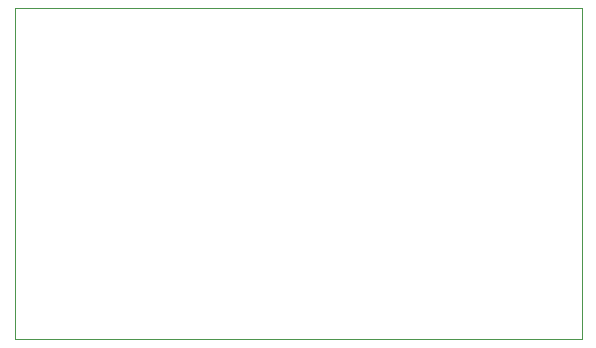
<source format=gbr>
%TF.GenerationSoftware,KiCad,Pcbnew,(6.0.4-0)*%
%TF.CreationDate,2023-05-15T15:29:42-05:00*%
%TF.ProjectId,voltage_sense,766f6c74-6167-4655-9f73-656e73652e6b,rev?*%
%TF.SameCoordinates,Original*%
%TF.FileFunction,Profile,NP*%
%FSLAX46Y46*%
G04 Gerber Fmt 4.6, Leading zero omitted, Abs format (unit mm)*
G04 Created by KiCad (PCBNEW (6.0.4-0)) date 2023-05-15 15:29:42*
%MOMM*%
%LPD*%
G01*
G04 APERTURE LIST*
%TA.AperFunction,Profile*%
%ADD10C,0.100000*%
%TD*%
G04 APERTURE END LIST*
D10*
X48000000Y28317500D02*
X48000000Y317500D01*
X0Y28317500D02*
X0Y317500D01*
X0Y317500D02*
X48000000Y317500D01*
X0Y28317500D02*
X48000000Y28317500D01*
M02*

</source>
